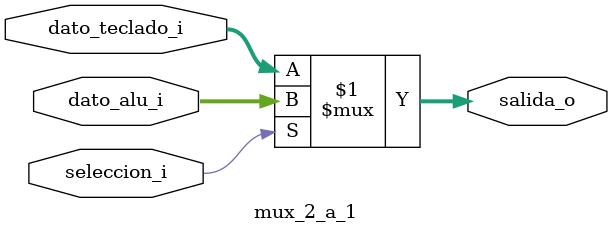
<source format=sv>
`timescale 1ns / 1ps

module mux_2_a_1 #(
        parameter N = 16
)(
        input logic [N-1:0] dato_teclado_i,
        input logic [N-1:0] dato_alu_i,
        input logic seleccion_i,
        output logic [N-1:0] salida_o
    );

    assign salida_o = seleccion_i  ? dato_alu_i : dato_teclado_i;
    
endmodule

</source>
